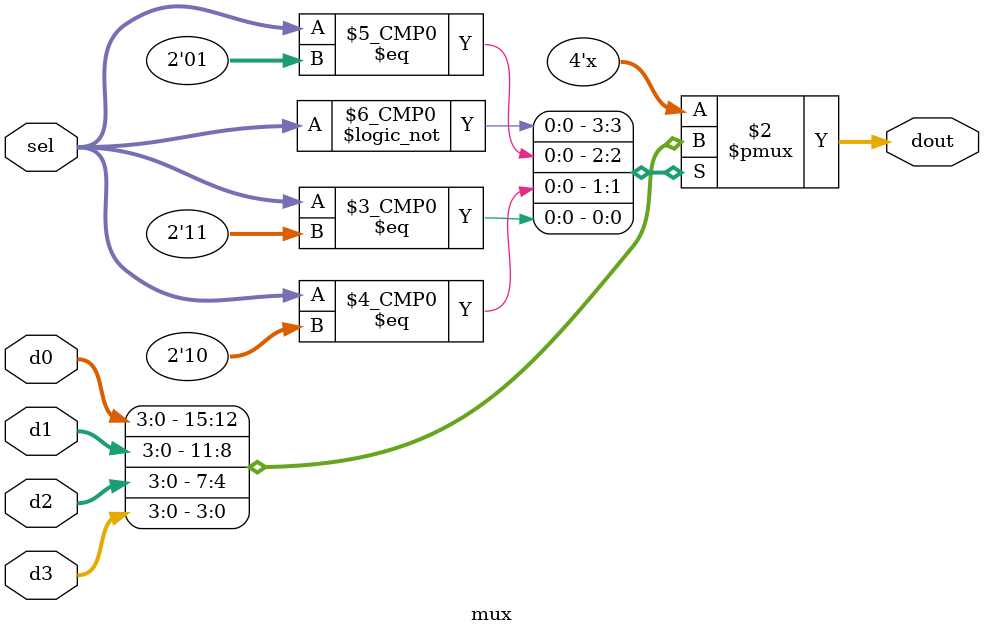
<source format=sv>
`timescale 1ns / 1ps


module mux(
        input [3:0] d0,d1,d2,d3,
        input [1:0] sel,
        output reg [3:0] dout
    );
    always@(*)begin
        case(sel)
            2'b0:dout = d0;
            2'b1:dout = d1;
            2'b10:dout = d2;
            2'b11:dout = d3;
        endcase
    end 
endmodule

</source>
